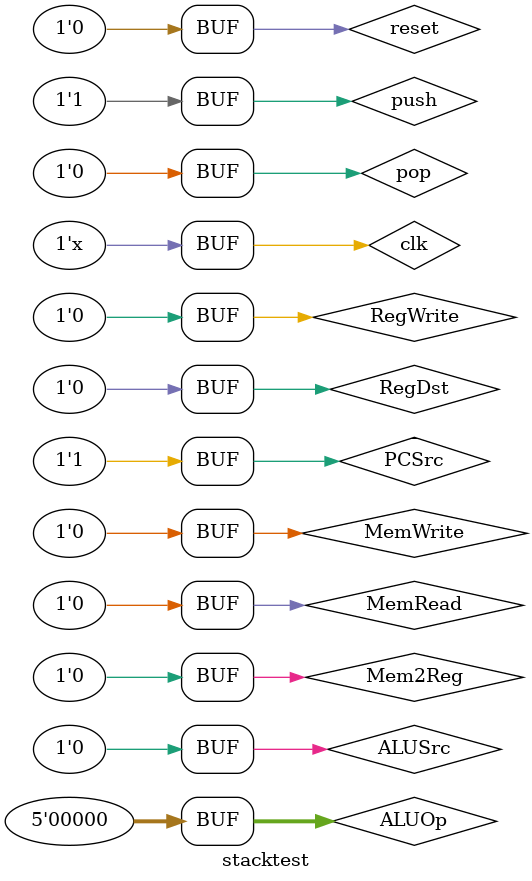
<source format=v>
`timescale 1ns / 1ps


module stacktest;

	// Inputs
	reg clk;
	reg reset;
	reg RegDst;
	reg ALUSrc;
	reg Mem2Reg;
	reg MemRead;
	reg MemWrite;
	reg RegWrite;
	reg PCSrc;
	reg [4:0] ALUOp;
	reg push;
	reg pop;

	// Outputs
	wire [31:0] out;
	wire [5:0] op;
	wire zero;

	// Instantiate the Unit Under Test (UUT)
	Rtypeinst uut (
		.out(out), 
		.op(op), 
		.zero(zero), 
		.clk(clk), 
		.reset(reset), 
		.RegDst(RegDst), 
		.ALUSrc(ALUSrc), 
		.Mem2Reg(Mem2Reg), 
		.MemRead(MemRead), 
		.MemWrite(MemWrite), 
		.RegWrite(RegWrite), 
		.PCSrc(PCSrc), 
		.ALUOp(ALUOp), 
		.push(push), 
		.pop(pop)
	);

	initial begin
		// Initialize Inputs
		clk = 0;
		reset = 1;
		RegDst = 0;
		ALUSrc = 0;
		Mem2Reg = 0;
		MemRead = 0;
		MemWrite = 0;
		RegWrite = 0;
		PCSrc = 0;
		ALUOp = 0;
		push = 0;
		pop = 0;

		// Wait 100 ns for global reset to finish
		#100;
        //New Addition
		reset = 0;
		RegDst = 0;
		ALUSrc = 0;
		Mem2Reg = 1;
		MemRead = 0;
		MemWrite = 0;
		RegWrite = 1;
		PCSrc = 0;
		ALUOp = 0;
		push = 0;
		pop = 0;
		
		// Add stimulus here

		#40;
        
		reset = 0;
		RegDst = 0;
		ALUSrc = 0;
		Mem2Reg = 0;
		MemRead = 0;
		MemWrite = 0;
		RegWrite = 0;
		PCSrc = 1;
		ALUOp = 0;
		push = 1;
		pop = 0;
		// Add stimulus here
		#40
		  //New Addition
		reset = 0;
		RegDst = 0;
		ALUSrc = 0;
		Mem2Reg = 1;
		MemRead = 0;
		MemWrite = 0;
		RegWrite = 1;
		PCSrc = 0;
		ALUOp = 0;
		push = 0;
		pop = 0;
		
		// Add stimulus here

		#80;
        
		reset = 0;
		RegDst = 0;
		ALUSrc = 0;
		Mem2Reg = 0;
		MemRead = 0;
		MemWrite = 0;
		RegWrite = 0;
		PCSrc = 1;
		ALUOp = 0;
		push = 1;
		pop = 0;
		// Add stimulus here
	end
   always #20 clk = ~clk; 
      
endmodule


</source>
